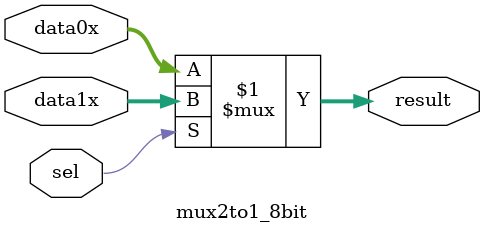
<source format=v>
`timescale 1 ps / 1 ps

module mux2to1_8bit(
	data0x,
	data1x,
	sel,
	result);

	input	[7:0]  data0x;
	input	[7:0]  data1x;
	input	  sel;
	output	[7:0]  result;

	assign result = sel ? data1x : data0x;

endmodule


</source>
